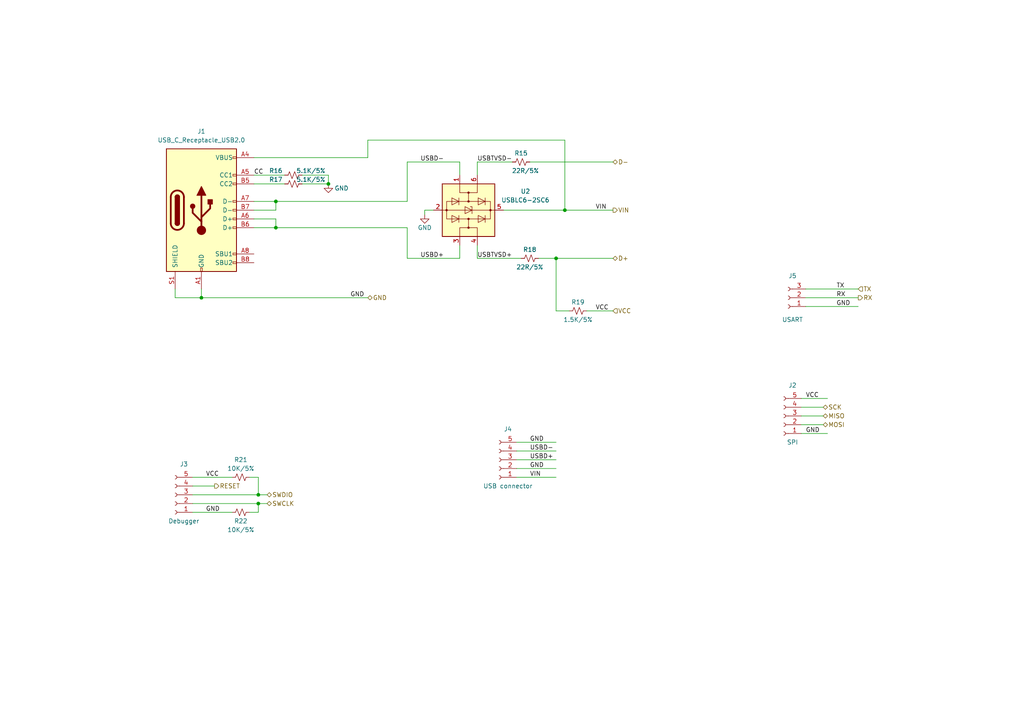
<source format=kicad_sch>
(kicad_sch (version 20211123) (generator eeschema)
  (paper "A4")
  (lib_symbols
    (symbol "Connector:Conn_01x03_Female" (pin_names (offset 1.016) hide)
      (property "Reference" "J" (at 0 5.08 0))
      (property "Value" "Conn_01x03_Female" (at 0 -5.08 0))
      (symbol "Conn_01x03_Female_1_1"
        (arc (start 0 -2.032) (mid -0.508 -2.54) (end 0 -3.048) (stroke (width 0.1524)))
        (polyline (pts (xy -1.27 -2.54) (xy -0.508 -2.54)) (stroke (width 0.1524)))
        (polyline (pts (xy -1.27 0) (xy -0.508 0)) (stroke (width 0.1524)))
        (polyline (pts (xy -1.27 2.54) (xy -0.508 2.54)) (stroke (width 0.1524)))
        (arc (start 0 0.508) (mid -0.508 0) (end 0 -0.508) (stroke (width 0.1524)))
        (arc (start 0 3.048) (mid -0.508 2.54) (end 0 2.032) (stroke (width 0.1524)))
        (pin passive line (at -5.08 2.54 0) (length 3.81) (name "Pin_1") (number "1"))
        (pin passive line (at -5.08 0 0) (length 3.81) (name "Pin_2") (number "2"))
        (pin passive line (at -5.08 -2.54 0) (length 3.81) (name "Pin_3") (number "3"))
      )
    )
    (symbol "Connector:Conn_01x05_Female" (pin_names (offset 1.016) hide)
      (property "Reference" "J" (at 0 7.62 0))
      (property "Value" "Conn_01x05_Female" (at 0 -7.62 0))
      (symbol "Conn_01x05_Female_1_1"
        (arc (start 0 -4.572) (mid -0.508 -5.08) (end 0 -5.588) (stroke (width 0.1524)))
        (arc (start 0 -2.032) (mid -0.508 -2.54) (end 0 -3.048) (stroke (width 0.1524)))
        (polyline (pts (xy -1.27 -5.08) (xy -0.508 -5.08)) (stroke (width 0.1524)))
        (polyline (pts (xy -1.27 -2.54) (xy -0.508 -2.54)) (stroke (width 0.1524)))
        (polyline (pts (xy -1.27 0) (xy -0.508 0)) (stroke (width 0.1524)))
        (polyline (pts (xy -1.27 2.54) (xy -0.508 2.54)) (stroke (width 0.1524)))
        (polyline (pts (xy -1.27 5.08) (xy -0.508 5.08)) (stroke (width 0.1524)))
        (arc (start 0 0.508) (mid -0.508 0) (end 0 -0.508) (stroke (width 0.1524)))
        (arc (start 0 3.048) (mid -0.508 2.54) (end 0 2.032) (stroke (width 0.1524)))
        (arc (start 0 5.588) (mid -0.508 5.08) (end 0 4.572) (stroke (width 0.1524)))
        (pin passive line (at -5.08 5.08 0) (length 3.81) (name "Pin_1") (number "1"))
        (pin passive line (at -5.08 2.54 0) (length 3.81) (name "Pin_2") (number "2"))
        (pin passive line (at -5.08 0 0) (length 3.81) (name "Pin_3") (number "3"))
        (pin passive line (at -5.08 -2.54 0) (length 3.81) (name "Pin_4") (number "4"))
        (pin passive line (at -5.08 -5.08 0) (length 3.81) (name "Pin_5") (number "5"))
      )
    )
    (symbol "Connector:USB_C_Receptacle_USB2.0" (pin_names (offset 1.016))
      (property "Reference" "J" (at -10.16 19.05 0))
      (property "Value" "USB_C_Receptacle_USB2.0" (at 19.05 19.05 0))
      (symbol "USB_C_Receptacle_USB2.0_0_0"
        (rectangle (start -0.254 -17.78) (end 0.254 -16.764))
        (rectangle (start 10.16 -14.986) (end 9.144 -15.494))
        (rectangle (start 10.16 -12.446) (end 9.144 -12.954))
        (rectangle (start 10.16 -4.826) (end 9.144 -5.334))
        (rectangle (start 10.16 -2.286) (end 9.144 -2.794))
        (rectangle (start 10.16 0.254) (end 9.144 -0.254))
        (rectangle (start 10.16 2.794) (end 9.144 2.286))
        (rectangle (start 10.16 7.874) (end 9.144 7.366))
        (rectangle (start 10.16 10.414) (end 9.144 9.906))
        (rectangle (start 10.16 15.494) (end 9.144 14.986))
      )
      (symbol "USB_C_Receptacle_USB2.0_0_1"
        (rectangle (start -10.16 17.78) (end 10.16 -17.78) (stroke (width 0.254)) (fill (type background)))
        (arc (start -8.89 -3.81) (mid -6.985 -5.715) (end -5.08 -3.81) (stroke (width 0.508)))
        (arc (start -7.62 -3.81) (mid -6.985 -4.445) (end -6.35 -3.81) (stroke (width 0.254)))
        (arc (start -7.62 -3.81) (mid -6.985 -4.445) (end -6.35 -3.81) (stroke (width 0.254)) (fill (type outline)))
        (rectangle (start -7.62 -3.81) (end -6.35 3.81) (stroke (width 0.254)) (fill (type outline)))
        (arc (start -6.35 3.81) (mid -6.985 4.445) (end -7.62 3.81) (stroke (width 0.254)))
        (arc (start -6.35 3.81) (mid -6.985 4.445) (end -7.62 3.81) (stroke (width 0.254)) (fill (type outline)))
        (arc (start -5.08 3.81) (mid -6.985 5.715) (end -8.89 3.81) (stroke (width 0.508)))
        (circle (center -2.54 1.143) (radius 0.635) (stroke (width 0.254)) (fill (type outline)))
        (circle (center 0 -5.842) (radius 1.27) (fill (type outline)))
        (polyline (pts (xy -8.89 -3.81) (xy -8.89 3.81)) (stroke (width 0.508)))
        (polyline (pts (xy -5.08 3.81) (xy -5.08 -3.81)) (stroke (width 0.508)))
        (polyline (pts (xy 0 -5.842) (xy 0 4.318)) (stroke (width 0.508)))
        (polyline (pts (xy 0 -3.302) (xy -2.54 -0.762) (xy -2.54 0.508)) (stroke (width 0.508)))
        (polyline (pts (xy 0 -2.032) (xy 2.54 0.508) (xy 2.54 1.778)) (stroke (width 0.508)))
        (polyline (pts (xy -1.27 4.318) (xy 0 6.858) (xy 1.27 4.318) (xy -1.27 4.318)) (stroke (width 0.254)) (fill (type outline)))
        (rectangle (start 1.905 1.778) (end 3.175 3.048) (stroke (width 0.254)) (fill (type outline)))
      )
      (symbol "USB_C_Receptacle_USB2.0_1_1"
        (pin passive line (at 0 -22.86 90) (length 5.08) (name "GND") (number "A1"))
        (pin passive line (at 0 -22.86 90) (length 5.08) hide (name "GND") (number "A12"))
        (pin passive line (at 15.24 15.24 180) (length 5.08) (name "VBUS") (number "A4"))
        (pin bidirectional line (at 15.24 10.16 180) (length 5.08) (name "CC1") (number "A5"))
        (pin bidirectional line (at 15.24 -2.54 180) (length 5.08) (name "D+") (number "A6"))
        (pin bidirectional line (at 15.24 2.54 180) (length 5.08) (name "D-") (number "A7"))
        (pin bidirectional line (at 15.24 -12.7 180) (length 5.08) (name "SBU1") (number "A8"))
        (pin passive line (at 15.24 15.24 180) (length 5.08) hide (name "VBUS") (number "A9"))
        (pin passive line (at 0 -22.86 90) (length 5.08) hide (name "GND") (number "B1"))
        (pin passive line (at 0 -22.86 90) (length 5.08) hide (name "GND") (number "B12"))
        (pin passive line (at 15.24 15.24 180) (length 5.08) hide (name "VBUS") (number "B4"))
        (pin bidirectional line (at 15.24 7.62 180) (length 5.08) (name "CC2") (number "B5"))
        (pin bidirectional line (at 15.24 -5.08 180) (length 5.08) (name "D+") (number "B6"))
        (pin bidirectional line (at 15.24 0 180) (length 5.08) (name "D-") (number "B7"))
        (pin bidirectional line (at 15.24 -15.24 180) (length 5.08) (name "SBU2") (number "B8"))
        (pin passive line (at 15.24 15.24 180) (length 5.08) hide (name "VBUS") (number "B9"))
        (pin passive line (at -7.62 -22.86 90) (length 5.08) (name "SHIELD") (number "S1"))
      )
    )
    (symbol "Device:R_Small_US" (pin_numbers hide) (pin_names (offset 0.254) hide)
      (property "Reference" "R" (at 0.762 0.508 0))
      (property "Value" "R_Small_US" (at 0.762 -1.016 0))
      (symbol "R_Small_US_1_1"
        (polyline (pts (xy 0 0) (xy 1.016 -0.381) (xy 0 -0.762) (xy -1.016 -1.143) (xy 0 -1.524)))
        (polyline (pts (xy 0 1.524) (xy 1.016 1.143) (xy 0 0.762) (xy -1.016 0.381) (xy 0 0)))
        (pin passive line (at 0 2.54 270) (length 1.016) (name "~") (number "1"))
        (pin passive line (at 0 -2.54 90) (length 1.016) (name "~") (number "2"))
      )
    )
    (symbol "Power_Protection:USBLC6-2SC6" (pin_names hide)
      (property "Reference" "U" (at 2.54 8.89 0))
      (property "Value" "USBLC6-2SC6" (at 2.54 -8.89 0))
      (symbol "USBLC6-2SC6_0_1"
        (rectangle (start -7.62 -7.62) (end 7.62 7.62) (stroke (width 0.254)) (fill (type background)))
        (circle (center -5.08 0) (radius 0.254) (fill (type outline)))
        (circle (center -2.54 0) (radius 0.254) (fill (type outline)))
        (rectangle (start -2.54 6.35) (end 2.54 -6.35))
        (circle (center 0 -6.35) (radius 0.254) (fill (type outline)))
        (polyline (pts (xy -5.08 -2.54) (xy -7.62 -2.54)))
        (polyline (pts (xy -5.08 0) (xy -5.08 -2.54)))
        (polyline (pts (xy -5.08 2.54) (xy -7.62 2.54)))
        (polyline (pts (xy -1.524 -2.794) (xy -3.556 -2.794)))
        (polyline (pts (xy -1.524 4.826) (xy -3.556 4.826)))
        (polyline (pts (xy 0 -7.62) (xy 0 -6.35)))
        (polyline (pts (xy 0 -6.35) (xy 0 1.27)))
        (polyline (pts (xy 0 1.27) (xy 0 6.35)))
        (polyline (pts (xy 0 6.35) (xy 0 7.62)))
        (polyline (pts (xy 1.524 -2.794) (xy 3.556 -2.794)))
        (polyline (pts (xy 1.524 4.826) (xy 3.556 4.826)))
        (polyline (pts (xy 5.08 -2.54) (xy 7.62 -2.54)))
        (polyline (pts (xy 5.08 0) (xy 5.08 -2.54)))
        (polyline (pts (xy 5.08 2.54) (xy 7.62 2.54)))
        (polyline (pts (xy -2.54 0) (xy -5.08 0) (xy -5.08 2.54)))
        (polyline (pts (xy 2.54 0) (xy 5.08 0) (xy 5.08 2.54)))
        (polyline (pts (xy -3.556 -4.826) (xy -1.524 -4.826) (xy -2.54 -2.794) (xy -3.556 -4.826)))
        (polyline (pts (xy -3.556 2.794) (xy -1.524 2.794) (xy -2.54 4.826) (xy -3.556 2.794)))
        (polyline (pts (xy -1.016 -1.016) (xy 1.016 -1.016) (xy 0 1.016) (xy -1.016 -1.016)))
        (polyline (pts (xy 1.016 1.016) (xy 0.762 1.016) (xy -1.016 1.016) (xy -1.016 0.508)))
        (polyline (pts (xy 3.556 -4.826) (xy 1.524 -4.826) (xy 2.54 -2.794) (xy 3.556 -4.826)))
        (polyline (pts (xy 3.556 2.794) (xy 1.524 2.794) (xy 2.54 4.826) (xy 3.556 2.794)))
        (circle (center 0 6.35) (radius 0.254) (fill (type outline)))
        (circle (center 2.54 0) (radius 0.254) (fill (type outline)))
        (circle (center 5.08 0) (radius 0.254) (fill (type outline)))
      )
      (symbol "USBLC6-2SC6_1_1"
        (pin passive line (at -10.16 -2.54 0) (length 2.54) (name "I/O1") (number "1"))
        (pin passive line (at 0 -10.16 90) (length 2.54) (name "GND") (number "2"))
        (pin passive line (at 10.16 -2.54 180) (length 2.54) (name "I/O2") (number "3"))
        (pin passive line (at 10.16 2.54 180) (length 2.54) (name "I/O2") (number "4"))
        (pin passive line (at 0 10.16 270) (length 2.54) (name "VBUS") (number "5"))
        (pin passive line (at -10.16 2.54 0) (length 2.54) (name "I/O1") (number "6"))
      )
    )
    (symbol "power:GND" (power) (pin_names (offset 0))
      (property "Value" "GND" (at 0 -3.81 0))
      (symbol "GND_0_1"
        (polyline (pts (xy 0 0) (xy 0 -1.27) (xy 1.27 -1.27) (xy 0 -2.54) (xy -1.27 -1.27) (xy 0 -1.27)))
      )
      (symbol "GND_1_1"
        (pin power_in line (at 0 0 270) (length 0) hide (name "GND") (number "1"))
      )
    )
  )
  (junction (at 80.01 66.04))
  (junction (at 58.42 86.36))
  (junction (at 95.25 53.34))
  (junction (at 74.93 146.05))
  (junction (at 80.01 58.42))
  (junction (at 163.83 60.96))
  (junction (at 161.29 74.93))
  (junction (at 74.93 143.51))
  (wire (pts (xy 138.43 74.93) (xy 151.13 74.93)))
  (wire (pts (xy 73.66 63.5) (xy 80.01 63.5)))
  (wire (pts (xy 232.41 118.11) (xy 238.76 118.11)))
  (wire (pts (xy 80.01 60.96) (xy 80.01 58.42)))
  (wire (pts (xy 118.11 46.99) (xy 133.35 46.99)))
  (wire (pts (xy 87.63 50.8) (xy 95.25 50.8)))
  (wire (pts (xy 50.8 86.36) (xy 58.42 86.36)))
  (wire (pts (xy 55.88 140.97) (xy 62.23 140.97)))
  (wire (pts (xy 50.8 83.82) (xy 50.8 86.36)))
  (wire (pts (xy 73.66 45.72) (xy 106.68 45.72)))
  (wire (pts (xy 233.68 83.82) (xy 248.92 83.82)))
  (wire (pts (xy 74.93 138.43) (xy 74.93 143.51)))
  (wire (pts (xy 118.11 58.42) (xy 118.11 46.99)))
  (wire (pts (xy 72.39 138.43) (xy 74.93 138.43)))
  (wire (pts (xy 74.93 148.59) (xy 74.93 146.05)))
  (wire (pts (xy 233.68 86.36) (xy 248.92 86.36)))
  (wire (pts (xy 106.68 40.64) (xy 163.83 40.64)))
  (wire (pts (xy 232.41 115.57) (xy 240.03 115.57)))
  (wire (pts (xy 156.21 74.93) (xy 161.29 74.93)))
  (wire (pts (xy 149.86 133.35) (xy 161.29 133.35)))
  (wire (pts (xy 161.29 90.17) (xy 165.1 90.17)))
  (wire (pts (xy 118.11 66.04) (xy 118.11 74.93)))
  (wire (pts (xy 146.05 60.96) (xy 163.83 60.96)))
  (wire (pts (xy 55.88 146.05) (xy 74.93 146.05)))
  (wire (pts (xy 163.83 60.96) (xy 177.8 60.96)))
  (wire (pts (xy 55.88 148.59) (xy 67.31 148.59)))
  (wire (pts (xy 123.19 60.96) (xy 123.19 62.23)))
  (wire (pts (xy 133.35 46.99) (xy 133.35 50.8)))
  (wire (pts (xy 125.73 60.96) (xy 123.19 60.96)))
  (wire (pts (xy 138.43 50.8) (xy 138.43 46.99)))
  (wire (pts (xy 118.11 74.93) (xy 133.35 74.93)))
  (wire (pts (xy 73.66 60.96) (xy 80.01 60.96)))
  (wire (pts (xy 55.88 143.51) (xy 74.93 143.51)))
  (wire (pts (xy 149.86 130.81) (xy 161.29 130.81)))
  (wire (pts (xy 232.41 123.19) (xy 238.76 123.19)))
  (wire (pts (xy 55.88 138.43) (xy 67.31 138.43)))
  (wire (pts (xy 95.25 50.8) (xy 95.25 53.34)))
  (wire (pts (xy 232.41 120.65) (xy 238.76 120.65)))
  (wire (pts (xy 133.35 74.93) (xy 133.35 71.12)))
  (wire (pts (xy 170.18 90.17) (xy 177.7729 90.17)))
  (wire (pts (xy 80.01 63.5) (xy 80.01 66.04)))
  (wire (pts (xy 149.86 128.27) (xy 161.29 128.27)))
  (wire (pts (xy 72.39 148.59) (xy 74.93 148.59)))
  (wire (pts (xy 74.93 143.51) (xy 77.47 143.51)))
  (wire (pts (xy 58.42 86.36) (xy 106.68 86.36)))
  (wire (pts (xy 138.43 71.12) (xy 138.43 74.93)))
  (wire (pts (xy 161.29 90.17) (xy 161.29 74.93)))
  (wire (pts (xy 73.66 53.34) (xy 82.55 53.34)))
  (wire (pts (xy 161.29 74.93) (xy 177.8 74.93)))
  (wire (pts (xy 163.83 40.64) (xy 163.83 60.96)))
  (wire (pts (xy 106.68 45.72) (xy 106.68 40.64)))
  (wire (pts (xy 138.43 46.99) (xy 148.59 46.99)))
  (wire (pts (xy 74.93 146.05) (xy 77.47 146.05)))
  (wire (pts (xy 58.42 83.82) (xy 58.42 86.36)))
  (wire (pts (xy 73.66 66.04) (xy 80.01 66.04)))
  (wire (pts (xy 73.66 50.8) (xy 82.55 50.8)))
  (wire (pts (xy 80.01 66.04) (xy 118.11 66.04)))
  (wire (pts (xy 73.66 58.42) (xy 80.01 58.42)))
  (wire (pts (xy 233.68 88.9) (xy 248.92 88.9)))
  (wire (pts (xy 153.67 46.99) (xy 177.8 46.99)))
  (wire (pts (xy 232.41 125.73) (xy 240.03 125.73)))
  (wire (pts (xy 149.86 135.89) (xy 161.29 135.89)))
  (wire (pts (xy 149.86 138.43) (xy 161.29 138.43)))
  (wire (pts (xy 87.63 53.34) (xy 95.25 53.34)))
  (wire (pts (xy 80.01 58.42) (xy 118.11 58.42)))
  (label "VCC" (at 233.68 115.57 0))
  (label "TX" (at 242.57 83.82 0))
  (label "GND" (at 242.57 88.9 0))
  (label "USBD+" (at 121.92 74.93 0))
  (label "RX" (at 242.57 86.36 0))
  (label "VIN" (at 172.72 60.96 0))
  (label "USBD-" (at 121.92 46.99 0))
  (label "GND" (at 153.67 135.89 0))
  (label "VIN" (at 153.67 138.43 0))
  (label "VCC" (at 172.72 90.17 0))
  (label "GND" (at 59.69 148.59 0))
  (label "USBTVSD+" (at 138.43 74.93 0))
  (label "USBD+" (at 153.67 133.35 0))
  (label "USBD-" (at 153.67 130.81 0))
  (label "USBTVSD-" (at 138.43 46.99 0))
  (label "CC" (at 73.66 50.8 0))
  (label "VCC" (at 59.69 138.43 0))
  (label "GND" (at 101.6 86.36 0))
  (label "GND" (at 153.67 128.27 0))
  (label "GND" (at 233.68 125.73 0))
  (hierarchical_label "RX" (shape output) (at 248.92 86.36 0))
  (hierarchical_label "TX" (shape input) (at 248.92 83.82 0))
  (hierarchical_label "MOSI" (shape bidirectional) (at 238.76 123.19 0))
  (hierarchical_label "MISO" (shape bidirectional) (at 238.76 120.65 0))
  (hierarchical_label "RESET" (shape output) (at 62.23 140.97 0))
  (hierarchical_label "SCK" (shape bidirectional) (at 238.76 118.11 0))
  (hierarchical_label "VCC" (shape input) (at 177.7729 90.17 0))
  (hierarchical_label "SWDIO" (shape bidirectional) (at 77.47 143.51 0))
  (hierarchical_label "SWCLK" (shape bidirectional) (at 77.47 146.05 0))
  (hierarchical_label "D+" (shape bidirectional) (at 177.8 74.93 0))
  (hierarchical_label "D-" (shape bidirectional) (at 177.8 46.99 0))
  (hierarchical_label "GND" (shape bidirectional) (at 106.68 86.36 0))
  (hierarchical_label "VIN" (shape output) (at 177.8 60.96 0))
  (symbol (lib_id "Connector:Conn_01x05_Female") (at 227.33 120.65 180) (unit 1)
    (property "Reference" "J2" (at 229.87 111.76 0))
    (property "Value" "SPI" (at 229.87 128.27 0))
    (property "Footprint" "Connector_PinHeader_2.00mm:PinHeader_1x05_P2.00mm_Vertical" (effects hide))
  )
  (symbol (lib_id "Device:R_Small_US") (at 69.85 148.59 90) (unit 1)
    (property "Reference" "R22" (at 69.85 151.13 90))
    (property "Value" "10K/5%" (at 69.85 153.67 90))
    (property "Footprint" "Resistor_SMD:R_0603_1608Metric" (effects hide))
  )
  (symbol (lib_id "Device:R_Small_US") (at 167.64 90.17 90) (unit 1)
    (property "Reference" "R19" (at 167.64 87.63 90))
    (property "Value" "1.5K/5%" (at 167.64 92.71 90))
    (property "Footprint" "Resistor_SMD:R_0603_1608Metric" (effects hide))
  )
  (symbol (lib_id "Device:R_Small_US") (at 69.85 138.43 90) (unit 1)
    (property "Reference" "R21" (at 69.85 133.35 90))
    (property "Value" "10K/5%" (at 69.85 135.89 90))
    (property "Footprint" "Resistor_SMD:R_0603_1608Metric" (effects hide))
  )
  (symbol (lib_id "Device:R_Small_US") (at 153.67 74.93 90) (unit 1)
    (property "Reference" "R18" (at 153.67 72.39 90))
    (property "Value" "22R/5%" (at 153.67 77.47 90))
    (property "Footprint" "Resistor_SMD:R_0603_1608Metric" (effects hide))
  )
  (symbol (lib_id "Connector:Conn_01x05_Female") (at 50.8 143.51 180) (unit 1)
    (property "Reference" "J3" (at 53.34 134.62 0))
    (property "Value" "Debugger" (at 53.34 151.13 0))
    (property "Footprint" "Connector_PinHeader_2.00mm:PinHeader_1x05_P2.00mm_Vertical" (effects hide))
  )
  (symbol (lib_id "Connector:Conn_01x05_Female") (at 144.78 133.35 180) (unit 1)
    (property "Reference" "J4" (at 147.32 124.46 0))
    (property "Value" "USB connector" (at 147.32 140.97 0))
    (property "Footprint" "Connector_Molex:Molex_CLIK-Mate_502386-0570_1x05-1MP_P1.25mm_Horizontal" (effects hide))
  )
  (symbol (lib_id "Power_Protection:USBLC6-2SC6") (at 135.89 60.96 270) (unit 1)
    (property "Reference" "U2" (at 152.4 55.4988 90))
    (property "Value" "USBLC6-2SC6" (at 152.4 58.0388 90))
    (property "Footprint" "Package_TO_SOT_SMD:SOT-23-6" (effects hide))
    (property "Datasheet" "https://www.st.com/resource/en/datasheet/usblc6-2.pdf" (effects hide))
  )
  (symbol (lib_id "Device:R_Small_US") (at 151.13 46.99 90) (unit 1)
    (property "Reference" "R15" (at 151.13 44.45 90))
    (property "Value" "22R/5%" (at 152.4 49.53 90))
    (property "Footprint" "Resistor_SMD:R_0603_1608Metric" (effects hide))
  )
  (symbol (lib_id "Connector:Conn_01x03_Female") (at 228.6 86.36 180) (unit 1)
    (property "Reference" "J5" (at 229.87 80.01 0))
    (property "Value" "USART" (at 229.87 92.71 0))
    (property "Footprint" "Connector_PinHeader_2.00mm:PinHeader_1x03_P2.00mm_Vertical" (effects hide))
  )
  (symbol (lib_id "power:GND") (at 123.19 62.23 0) (unit 1)
    (property "Reference" "#PWR017" (effects hide))
    (property "Value" "GND" (at 123.19 66.04 0))
  )
  (symbol (lib_id "Connector:USB_C_Receptacle_USB2.0") (at 58.42 60.96 0) (unit 1)
    (property "Reference" "J1" (at 58.42 38.1 0))
    (property "Value" "USB_C_Receptacle_USB2.0" (at 58.42 40.64 0))
    (property "Footprint" "Connector_USB:USB_C_Receptacle_HRO_TYPE-C-31-M-12" (effects hide))
    (property "Datasheet" "https://www.usb.org/sites/default/files/documents/usb_type-c.zip" (effects hide))
  )
  (symbol (lib_id "Device:R_Small_US") (at 85.09 53.34 90) (unit 1)
    (property "Reference" "R17" (at 80.01 52.07 90))
    (property "Value" "5.1K/5%" (at 90.17 52.07 90))
    (property "Footprint" "Resistor_SMD:R_0603_1608Metric" (effects hide))
  )
  (symbol (lib_id "power:GND") (at 95.25 53.34 0) (unit 1)
    (property "Reference" "#PWR016" (effects hide))
    (property "Value" "GND" (at 99.06 54.61 0))
  )
  (symbol (lib_id "Device:R_Small_US") (at 85.09 50.8 90) (unit 1)
    (property "Reference" "R16" (at 80.01 49.53 90))
    (property "Value" "5.1K/5%" (at 90.17 49.53 90))
    (property "Footprint" "Resistor_SMD:R_0603_1608Metric" (effects hide))
  )
)
</source>
